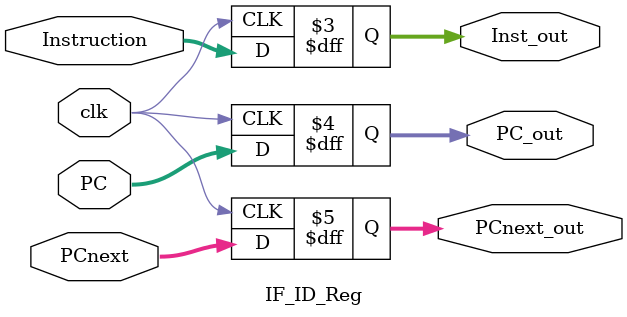
<source format=v>
`timescale 1ns / 1ps


module IF_ID_Reg(
    input wire[31:0] Instruction,
    input wire[31:0] PC,
    input wire[31:0] PCnext,
    input wire clk,
    output reg[31:0] Inst_out,
    output reg[31:0] PC_out,
    output reg[31:0] PCnext_out
    );

    initial begin
        Inst_out = 32'b0;
        PC_out = 32'b0;
        PCnext_out = 32'b0;
    end

    always @(posedge clk ) begin
        PC_out <= PC;
        Inst_out <= Instruction;
        PCnext_out <= PCnext;
    end

endmodule

</source>
